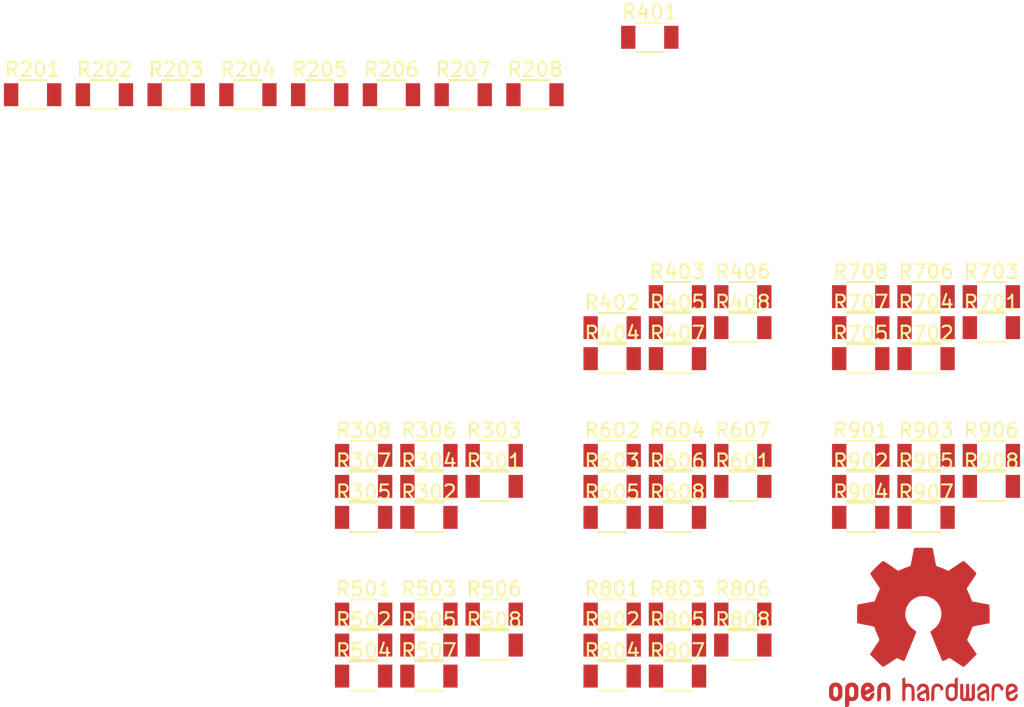
<source format=kicad_pcb>
(kicad_pcb (version 20211014) (generator pcbnew)
  (layers (0 "F.Cu" signal) (31 "B.Cu" signal) (34 "B.Paste" user) (35 "F.Paste" user) (36 "B.SilkS" user "B.Silkscreen") (37 "F.SilkS" user "F.Silkscreen") (38 "B.Mask" user) (39 "F.Mask" user) (44 "Edge.Cuts" user))
  (net 0 "")
  (footprint "Passives:R1206M" (layer "F.Cu") (at 77.380001 70.190001)
    (fp_text reference "R801" (at 0 -1.75) (layer "F.SilkS"))
    (fp_text value "1k" hide)
    (pad "1" smd rect locked (at -1.5 0) (size 1 1.6) (layers "F.Cu" "F.Paste" "F.Mask"))
    (pad "2" smd rect locked (at 1.5 0) (size 1 1.6) (layers "F.Cu" "F.Paste" "F.Mask"))
  )
  (footprint "Passives:R1206M" (layer "F.Cu") (at 77.380001 59.130001)
    (fp_text reference "R602" (at 0 -1.75) (layer "F.SilkS"))
    (fp_text value "1k" hide)
    (pad "1" smd rect locked (at -1.5 0) (size 1 1.6) (layers "F.Cu" "F.Paste" "F.Mask"))
    (pad "2" smd rect locked (at 1.5 0) (size 1 1.6) (layers "F.Cu" "F.Paste" "F.Mask"))
  )
  (footprint "Passives:R1206M" (layer "F.Cu") (at 77.380001 61.290001)
    (fp_text reference "R603" (at 0 -1.75) (layer "F.SilkS"))
    (fp_text value "1k" hide)
    (pad "1" smd rect locked (at -1.5 0) (size 1 1.6) (layers "F.Cu" "F.Paste" "F.Mask"))
    (pad "2" smd rect locked (at 1.5 0) (size 1 1.6) (layers "F.Cu" "F.Paste" "F.Mask"))
  )
  (footprint "Passives:R1206M" (layer "F.Cu") (at 81.930001 59.130001)
    (fp_text reference "R604" (at 0 -1.75) (layer "F.SilkS"))
    (fp_text value "1k" hide)
    (pad "1" smd rect locked (at -1.5 0) (size 1 1.6) (layers "F.Cu" "F.Paste" "F.Mask"))
    (pad "2" smd rect locked (at 1.5 0) (size 1 1.6) (layers "F.Cu" "F.Paste" "F.Mask"))
  )
  (footprint "Passives:R1206M" (layer "F.Cu") (at 77.380001 63.450001)
    (fp_text reference "R605" (at 0 -1.75) (layer "F.SilkS"))
    (fp_text value "1k" hide)
    (pad "1" smd rect locked (at -1.5 0) (size 1 1.6) (layers "F.Cu" "F.Paste" "F.Mask"))
    (pad "2" smd rect locked (at 1.5 0) (size 1 1.6) (layers "F.Cu" "F.Paste" "F.Mask"))
  )
  (footprint "Passives:R1206M" (layer "F.Cu") (at 81.930001 61.290001)
    (fp_text reference "R606" (at 0 -1.75) (layer "F.SilkS"))
    (fp_text value "1k" hide)
    (pad "1" smd rect locked (at -1.5 0) (size 1 1.6) (layers "F.Cu" "F.Paste" "F.Mask"))
    (pad "2" smd rect locked (at 1.5 0) (size 1 1.6) (layers "F.Cu" "F.Paste" "F.Mask"))
  )
  (footprint "Passives:R1206M" (layer "F.Cu") (at 86.480001 59.130001)
    (fp_text reference "R607" (at 0 -1.75) (layer "F.SilkS"))
    (fp_text value "1k" hide)
    (pad "1" smd rect locked (at -1.5 0) (size 1 1.6) (layers "F.Cu" "F.Paste" "F.Mask"))
    (pad "2" smd rect locked (at 1.5 0) (size 1 1.6) (layers "F.Cu" "F.Paste" "F.Mask"))
  )
  (footprint "Passives:R1206M" (layer "F.Cu") (at 81.930001 63.450001)
    (fp_text reference "R608" (at 0 -1.75) (layer "F.SilkS"))
    (fp_text value "1k" hide)
    (pad "1" smd rect locked (at -1.5 0) (size 1 1.6) (layers "F.Cu" "F.Paste" "F.Mask"))
    (pad "2" smd rect locked (at 1.5 0) (size 1 1.6) (layers "F.Cu" "F.Paste" "F.Mask"))
  )
  (footprint "Passives:R1206M" (layer "F.Cu") (at 103.800001 50.230001)
    (fp_text reference "R701" (at 0 -1.75) (layer "F.SilkS"))
    (fp_text value "1k" hide)
    (pad "1" smd rect locked (at -1.5 0) (size 1 1.6) (layers "F.Cu" "F.Paste" "F.Mask"))
    (pad "2" smd rect locked (at 1.5 0) (size 1 1.6) (layers "F.Cu" "F.Paste" "F.Mask"))
  )
  (footprint "Passives:R1206M" (layer "F.Cu") (at 99.250001 52.390001)
    (fp_text reference "R702" (at 0 -1.75) (layer "F.SilkS"))
    (fp_text value "1k" hide)
    (pad "1" smd rect locked (at -1.5 0) (size 1 1.6) (layers "F.Cu" "F.Paste" "F.Mask"))
    (pad "2" smd rect locked (at 1.5 0) (size 1 1.6) (layers "F.Cu" "F.Paste" "F.Mask"))
  )
  (footprint "Passives:R1206M" (layer "F.Cu") (at 103.800001 48.070001)
    (fp_text reference "R703" (at 0 -1.75) (layer "F.SilkS"))
    (fp_text value "1k" hide)
    (pad "1" smd rect locked (at -1.5 0) (size 1 1.6) (layers "F.Cu" "F.Paste" "F.Mask"))
    (pad "2" smd rect locked (at 1.5 0) (size 1 1.6) (layers "F.Cu" "F.Paste" "F.Mask"))
  )
  (footprint "Passives:R1206M" (layer "F.Cu") (at 99.250001 50.230001)
    (fp_text reference "R704" (at 0 -1.75) (layer "F.SilkS"))
    (fp_text value "1k" hide)
    (pad "1" smd rect locked (at -1.5 0) (size 1 1.6) (layers "F.Cu" "F.Paste" "F.Mask"))
    (pad "2" smd rect locked (at 1.5 0) (size 1 1.6) (layers "F.Cu" "F.Paste" "F.Mask"))
  )
  (footprint "Passives:R1206M" (layer "F.Cu") (at 94.700001 52.390001)
    (fp_text reference "R705" (at 0 -1.75) (layer "F.SilkS"))
    (fp_text value "1k" hide)
    (pad "1" smd rect locked (at -1.5 0) (size 1 1.6) (layers "F.Cu" "F.Paste" "F.Mask"))
    (pad "2" smd rect locked (at 1.5 0) (size 1 1.6) (layers "F.Cu" "F.Paste" "F.Mask"))
  )
  (footprint "Passives:R1206M" (layer "F.Cu") (at 99.250001 48.070001)
    (fp_text reference "R706" (at 0 -1.75) (layer "F.SilkS"))
    (fp_text value "1k" hide)
    (pad "1" smd rect locked (at -1.5 0) (size 1 1.6) (layers "F.Cu" "F.Paste" "F.Mask"))
    (pad "2" smd rect locked (at 1.5 0) (size 1 1.6) (layers "F.Cu" "F.Paste" "F.Mask"))
  )
  (footprint "Passives:R1206M" (layer "F.Cu") (at 94.700001 50.230001)
    (fp_text reference "R707" (at 0 -1.75) (layer "F.SilkS"))
    (fp_text value "1k" hide)
    (pad "1" smd rect locked (at -1.5 0) (size 1 1.6) (layers "F.Cu" "F.Paste" "F.Mask"))
    (pad "2" smd rect locked (at 1.5 0) (size 1 1.6) (layers "F.Cu" "F.Paste" "F.Mask"))
  )
  (footprint "Passives:R1206M" (layer "F.Cu") (at 94.700001 48.070001)
    (fp_text reference "R708" (at 0 -1.75) (layer "F.SilkS"))
    (fp_text value "1k" hide)
    (pad "1" smd rect locked (at -1.5 0) (size 1 1.6) (layers "F.Cu" "F.Paste" "F.Mask"))
    (pad "2" smd rect locked (at 1.5 0) (size 1 1.6) (layers "F.Cu" "F.Paste" "F.Mask"))
  )
  (footprint "Passives:R1206M" (layer "F.Cu") (at 86.480001 61.290001)
    (fp_text reference "R601" (at 0 -1.75) (layer "F.SilkS"))
    (fp_text value "1k" hide)
    (pad "1" smd rect locked (at -1.5 0) (size 1 1.6) (layers "F.Cu" "F.Paste" "F.Mask"))
    (pad "2" smd rect locked (at 1.5 0) (size 1 1.6) (layers "F.Cu" "F.Paste" "F.Mask"))
  )
  (footprint "Passives:R1206M" (layer "F.Cu") (at 77.380001 72.350001)
    (fp_text reference "R802" (at 0 -1.75) (layer "F.SilkS"))
    (fp_text value "1k" hide)
    (pad "1" smd rect locked (at -1.5 0) (size 1 1.6) (layers "F.Cu" "F.Paste" "F.Mask"))
    (pad "2" smd rect locked (at 1.5 0) (size 1 1.6) (layers "F.Cu" "F.Paste" "F.Mask"))
  )
  (footprint "Passives:R1206M" (layer "F.Cu") (at 81.930001 70.190001)
    (fp_text reference "R803" (at 0 -1.75) (layer "F.SilkS"))
    (fp_text value "1k" hide)
    (pad "1" smd rect locked (at -1.5 0) (size 1 1.6) (layers "F.Cu" "F.Paste" "F.Mask"))
    (pad "2" smd rect locked (at 1.5 0) (size 1 1.6) (layers "F.Cu" "F.Paste" "F.Mask"))
  )
  (footprint "Passives:R1206M" (layer "F.Cu") (at 77.380001 74.510001)
    (fp_text reference "R804" (at 0 -1.75) (layer "F.SilkS"))
    (fp_text value "1k" hide)
    (pad "1" smd rect locked (at -1.5 0) (size 1 1.6) (layers "F.Cu" "F.Paste" "F.Mask"))
    (pad "2" smd rect locked (at 1.5 0) (size 1 1.6) (layers "F.Cu" "F.Paste" "F.Mask"))
  )
  (footprint "Passives:R1206M" (layer "F.Cu") (at 81.930001 72.350001)
    (fp_text reference "R805" (at 0 -1.75) (layer "F.SilkS"))
    (fp_text value "1k" hide)
    (pad "1" smd rect locked (at -1.5 0) (size 1 1.6) (layers "F.Cu" "F.Paste" "F.Mask"))
    (pad "2" smd rect locked (at 1.5 0) (size 1 1.6) (layers "F.Cu" "F.Paste" "F.Mask"))
  )
  (footprint "Passives:R1206M" (layer "F.Cu") (at 86.480001 70.190001)
    (fp_text reference "R806" (at 0 -1.75) (layer "F.SilkS"))
    (fp_text value "1k" hide)
    (pad "1" smd rect locked (at -1.5 0) (size 1 1.6) (layers "F.Cu" "F.Paste" "F.Mask"))
    (pad "2" smd rect locked (at 1.5 0) (size 1 1.6) (layers "F.Cu" "F.Paste" "F.Mask"))
  )
  (footprint "Passives:R1206M" (layer "F.Cu") (at 81.930001 74.510001)
    (fp_text reference "R807" (at 0 -1.75) (layer "F.SilkS"))
    (fp_text value "1k" hide)
    (pad "1" smd rect locked (at -1.5 0) (size 1 1.6) (layers "F.Cu" "F.Paste" "F.Mask"))
    (pad "2" smd rect locked (at 1.5 0) (size 1 1.6) (layers "F.Cu" "F.Paste" "F.Mask"))
  )
  (footprint "Passives:R1206M" (layer "F.Cu") (at 86.480001 72.350001)
    (fp_text reference "R808" (at 0 -1.75) (layer "F.SilkS"))
    (fp_text value "1k" hide)
    (pad "1" smd rect locked (at -1.5 0) (size 1 1.6) (layers "F.Cu" "F.Paste" "F.Mask"))
    (pad "2" smd rect locked (at 1.5 0) (size 1 1.6) (layers "F.Cu" "F.Paste" "F.Mask"))
  )
  (footprint "Passives:R1206M" (layer "F.Cu") (at 94.700001 59.130001)
    (fp_text reference "R901" (at 0 -1.75) (layer "F.SilkS"))
    (fp_text value "1k" hide)
    (pad "1" smd rect locked (at -1.5 0) (size 1 1.6) (layers "F.Cu" "F.Paste" "F.Mask"))
    (pad "2" smd rect locked (at 1.5 0) (size 1 1.6) (layers "F.Cu" "F.Paste" "F.Mask"))
  )
  (footprint "Passives:R1206M" (layer "F.Cu") (at 94.700001 61.290001)
    (fp_text reference "R902" (at 0 -1.75) (layer "F.SilkS"))
    (fp_text value "1k" hide)
    (pad "1" smd rect locked (at -1.5 0) (size 1 1.6) (layers "F.Cu" "F.Paste" "F.Mask"))
    (pad "2" smd rect locked (at 1.5 0) (size 1 1.6) (layers "F.Cu" "F.Paste" "F.Mask"))
  )
  (footprint "Passives:R1206M" (layer "F.Cu") (at 99.250001 59.130001)
    (fp_text reference "R903" (at 0 -1.75) (layer "F.SilkS"))
    (fp_text value "1k" hide)
    (pad "1" smd rect locked (at -1.5 0) (size 1 1.6) (layers "F.Cu" "F.Paste" "F.Mask"))
    (pad "2" smd rect locked (at 1.5 0) (size 1 1.6) (layers "F.Cu" "F.Paste" "F.Mask"))
  )
  (footprint "Passives:R1206M" (layer "F.Cu") (at 94.700001 63.450001)
    (fp_text reference "R904" (at 0 -1.75) (layer "F.SilkS"))
    (fp_text value "1k" hide)
    (pad "1" smd rect locked (at -1.5 0) (size 1 1.6) (layers "F.Cu" "F.Paste" "F.Mask"))
    (pad "2" smd rect locked (at 1.5 0) (size 1 1.6) (layers "F.Cu" "F.Paste" "F.Mask"))
  )
  (footprint "Passives:R1206M" (layer "F.Cu") (at 99.250001 61.290001)
    (fp_text reference "R905" (at 0 -1.75) (layer "F.SilkS"))
    (fp_text value "1k" hide)
    (pad "1" smd rect locked (at -1.5 0) (size 1 1.6) (layers "F.Cu" "F.Paste" "F.Mask"))
    (pad "2" smd rect locked (at 1.5 0) (size 1 1.6) (layers "F.Cu" "F.Paste" "F.Mask"))
  )
  (footprint "Passives:R1206M" (layer "F.Cu") (at 103.800001 59.130001)
    (fp_text reference "R906" (at 0 -1.75) (layer "F.SilkS"))
    (fp_text value "1k" hide)
    (pad "1" smd rect locked (at -1.5 0) (size 1 1.6) (layers "F.Cu" "F.Paste" "F.Mask"))
    (pad "2" smd rect locked (at 1.5 0) (size 1 1.6) (layers "F.Cu" "F.Paste" "F.Mask"))
  )
  (footprint "Passives:R1206M" (layer "F.Cu") (at 99.250001 63.450001)
    (fp_text reference "R907" (at 0 -1.75) (layer "F.SilkS"))
    (fp_text value "1k" hide)
    (pad "1" smd rect locked (at -1.5 0) (size 1 1.6) (layers "F.Cu" "F.Paste" "F.Mask"))
    (pad "2" smd rect locked (at 1.5 0) (size 1 1.6) (layers "F.Cu" "F.Paste" "F.Mask"))
  )
  (footprint "Passives:R1206M" (layer "F.Cu") (at 103.800001 61.290001)
    (fp_text reference "R908" (at 0 -1.75) (layer "F.SilkS"))
    (fp_text value "1k" hide)
    (pad "1" smd rect locked (at -1.5 0) (size 1 1.6) (layers "F.Cu" "F.Paste" "F.Mask"))
    (pad "2" smd rect locked (at 1.5 0) (size 1 1.6) (layers "F.Cu" "F.Paste" "F.Mask"))
  )
  (footprint "Passives:R1206M" (layer "F.Cu") (at 80 30)
    (fp_text reference "R401" (at 0 -1.75) (layer "F.SilkS"))
    (fp_text value "1k" hide)
    (pad "1" smd rect locked (at -1.5 0) (size 1 1.6) (layers "F.Cu" "F.Paste" "F.Mask"))
    (pad "2" smd rect locked (at 1.5 0) (size 1 1.6) (layers "F.Cu" "F.Paste" "F.Mask"))
  )
  (footprint "Passives:R1206M" (layer "F.Cu") (at 42 34)
    (fp_text reference "R202" (at 0 -1.75) (layer "F.SilkS"))
    (fp_text value "1k" hide)
    (pad "1" smd rect locked (at -1.5 0) (size 1 1.6) (layers "F.Cu" "F.Paste" "F.Mask"))
    (pad "2" smd rect locked (at 1.5 0) (size 1 1.6) (layers "F.Cu" "F.Paste" "F.Mask"))
  )
  (footprint "Passives:R1206M" (layer "F.Cu") (at 47 34)
    (fp_text reference "R203" (at 0 -1.75) (layer "F.SilkS"))
    (fp_text value "1k" hide)
    (pad "1" smd rect locked (at -1.5 0) (size 1 1.6) (layers "F.Cu" "F.Paste" "F.Mask"))
    (pad "2" smd rect locked (at 1.5 0) (size 1 1.6) (layers "F.Cu" "F.Paste" "F.Mask"))
  )
  (footprint "Passives:R1206M" (layer "F.Cu") (at 52 34)
    (fp_text reference "R204" (at 0 -1.75) (layer "F.SilkS"))
    (fp_text value "1k" hide)
    (pad "1" smd rect locked (at -1.5 0) (size 1 1.6) (layers "F.Cu" "F.Paste" "F.Mask"))
    (pad "2" smd rect locked (at 1.5 0) (size 1 1.6) (layers "F.Cu" "F.Paste" "F.Mask"))
  )
  (footprint "Passives:R1206M" (layer "F.Cu") (at 57 34)
    (fp_text reference "R205" (at 0 -1.75) (layer "F.SilkS"))
    (fp_text value "1k" hide)
    (pad "1" smd rect locked (at -1.5 0) (size 1 1.6) (layers "F.Cu" "F.Paste" "F.Mask"))
    (pad "2" smd rect locked (at 1.5 0) (size 1 1.6) (layers "F.Cu" "F.Paste" "F.Mask"))
  )
  (footprint "Passives:R1206M" (layer "F.Cu") (at 62 34)
    (fp_text reference "R206" (at 0 -1.75) (layer "F.SilkS"))
    (fp_text value "1k" hide)
    (pad "1" smd rect locked (at -1.5 0) (size 1 1.6) (layers "F.Cu" "F.Paste" "F.Mask"))
    (pad "2" smd rect locked (at 1.5 0) (size 1 1.6) (layers "F.Cu" "F.Paste" "F.Mask"))
  )
  (footprint "Passives:R1206M" (layer "F.Cu") (at 67 34)
    (fp_text reference "R207" (at 0 -1.75) (layer "F.SilkS"))
    (fp_text value "1k" hide)
    (pad "1" smd rect locked (at -1.5 0) (size 1 1.6) (layers "F.Cu" "F.Paste" "F.Mask"))
    (pad "2" smd rect locked (at 1.5 0) (size 1 1.6) (layers "F.Cu" "F.Paste" "F.Mask"))
  )
  (footprint "Passives:R1206M" (layer "F.Cu") (at 72 34)
    (fp_text reference "R208" (at 0 -1.75) (layer "F.SilkS"))
    (fp_text value "1k" hide)
    (pad "1" smd rect locked (at -1.5 0) (size 1 1.6) (layers "F.Cu" "F.Paste" "F.Mask"))
    (pad "2" smd rect locked (at 1.5 0) (size 1 1.6) (layers "F.Cu" "F.Paste" "F.Mask"))
  )
  (footprint "Passives:R1206M" (layer "F.Cu") (at 69.160001 61.290001)
    (fp_text reference "R301" (at 0 -1.75) (layer "F.SilkS"))
    (fp_text value "1k" hide)
    (pad "1" smd rect locked (at -1.5 0) (size 1 1.6) (layers "F.Cu" "F.Paste" "F.Mask"))
    (pad "2" smd rect locked (at 1.5 0) (size 1 1.6) (layers "F.Cu" "F.Paste" "F.Mask"))
  )
  (footprint "Passives:R1206M" (layer "F.Cu") (at 64.610001 63.450001)
    (fp_text reference "R302" (at 0 -1.75) (layer "F.SilkS"))
    (fp_text value "1k" hide)
    (pad "1" smd rect locked (at -1.5 0) (size 1 1.6) (layers "F.Cu" "F.Paste" "F.Mask"))
    (pad "2" smd rect locked (at 1.5 0) (size 1 1.6) (layers "F.Cu" "F.Paste" "F.Mask"))
  )
  (footprint "Passives:R1206M" (layer "F.Cu") (at 69.160001 59.130001)
    (fp_text reference "R303" (at 0 -1.75) (layer "F.SilkS"))
    (fp_text value "1k" hide)
    (pad "1" smd rect locked (at -1.5 0) (size 1 1.6) (layers "F.Cu" "F.Paste" "F.Mask"))
    (pad "2" smd rect locked (at 1.5 0) (size 1 1.6) (layers "F.Cu" "F.Paste" "F.Mask"))
  )
  (footprint "Passives:R1206M" (layer "F.Cu") (at 64.610001 61.290001)
    (fp_text reference "R304" (at 0 -1.75) (layer "F.SilkS"))
    (fp_text value "1k" hide)
    (pad "1" smd rect locked (at -1.5 0) (size 1 1.6) (layers "F.Cu" "F.Paste" "F.Mask"))
    (pad "2" smd rect locked (at 1.5 0) (size 1 1.6) (layers "F.Cu" "F.Paste" "F.Mask"))
  )
  (footprint "Passives:R1206M" (layer "F.Cu") (at 60.060001 63.450001)
    (fp_text reference "R305" (at 0 -1.75) (layer "F.SilkS"))
    (fp_text value "1k" hide)
    (pad "1" smd rect locked (at -1.5 0) (size 1 1.6) (layers "F.Cu" "F.Paste" "F.Mask"))
    (pad "2" smd rect locked (at 1.5 0) (size 1 1.6) (layers "F.Cu" "F.Paste" "F.Mask"))
  )
  (footprint "Passives:R1206M" (layer "F.Cu") (at 64.610001 59.130001)
    (fp_text reference "R306" (at 0 -1.75) (layer "F.SilkS"))
    (fp_text value "1k" hide)
    (pad "1" smd rect locked (at -1.5 0) (size 1 1.6) (layers "F.Cu" "F.Paste" "F.Mask"))
    (pad "2" smd rect locked (at 1.5 0) (size 1 1.6) (layers "F.Cu" "F.Paste" "F.Mask"))
  )
  (footprint "Passives:R1206M" (layer "F.Cu") (at 60.060001 61.290001)
    (fp_text reference "R307" (at 0 -1.75) (layer "F.SilkS"))
    (fp_text value "1k" hide)
    (pad "1" smd rect locked (at -1.5 0) (size 1 1.6) (layers "F.Cu" "F.Paste" "F.Mask"))
    (pad "2" smd rect locked (at 1.5 0) (size 1 1.6) (layers "F.Cu" "F.Paste" "F.Mask"))
  )
  (footprint "Passives:R1206M" (layer "F.Cu") (at 60.060001 59.130001)
    (fp_text reference "R308" (at 0 -1.75) (layer "F.SilkS"))
    (fp_text value "1k" hide)
    (pad "1" smd rect locked (at -1.5 0) (size 1 1.6) (layers "F.Cu" "F.Paste" "F.Mask"))
    (pad "2" smd rect locked (at 1.5 0) (size 1 1.6) (layers "F.Cu" "F.Paste" "F.Mask"))
  )
  (footprint "Passives:R1206M" (layer "F.Cu") (at 37 34)
    (fp_text reference "R201" (at 0 -1.75) (layer "F.SilkS"))
    (fp_text value "1k" hide)
    (pad "1" smd rect locked (at -1.5 0) (size 1 1.6) (layers "F.Cu" "F.Paste" "F.Mask"))
    (pad "2" smd rect locked (at 1.5 0) (size 1 1.6) (layers "F.Cu" "F.Paste" "F.Mask"))
  )
  (footprint "Passives:R1206M" (layer "F.Cu") (at 77.380001 50.230001)
    (fp_text reference "R402" (at 0 -1.75) (layer "F.SilkS"))
    (fp_text value "1k" hide)
    (pad "1" smd rect locked (at -1.5 0) (size 1 1.6) (layers "F.Cu" "F.Paste" "F.Mask"))
    (pad "2" smd rect locked (at 1.5 0) (size 1 1.6) (layers "F.Cu" "F.Paste" "F.Mask"))
  )
  (footprint "Passives:R1206M" (layer "F.Cu") (at 81.930001 48.070001)
    (fp_text reference "R403" (at 0 -1.75) (layer "F.SilkS"))
    (fp_text value "1k" hide)
    (pad "1" smd rect locked (at -1.5 0) (size 1 1.6) (layers "F.Cu" "F.Paste" "F.Mask"))
    (pad "2" smd rect locked (at 1.5 0) (size 1 1.6) (layers "F.Cu" "F.Paste" "F.Mask"))
  )
  (footprint "Passives:R1206M" (layer "F.Cu") (at 77.380001 52.390001)
    (fp_text reference "R404" (at 0 -1.75) (layer "F.SilkS"))
    (fp_text value "1k" hide)
    (pad "1" smd rect locked (at -1.5 0) (size 1 1.6) (layers "F.Cu" "F.Paste" "F.Mask"))
    (pad "2" smd rect locked (at 1.5 0) (size 1 1.6) (layers "F.Cu" "F.Paste" "F.Mask"))
  )
  (footprint "Passives:R1206M" (layer "F.Cu") (at 81.930001 50.230001)
    (fp_text reference "R405" (at 0 -1.75) (layer "F.SilkS"))
    (fp_text value "1k" hide)
    (pad "1" smd rect locked (at -1.5 0) (size 1 1.6) (layers "F.Cu" "F.Paste" "F.Mask"))
    (pad "2" smd rect locked (at 1.5 0) (size 1 1.6) (layers "F.Cu" "F.Paste" "F.Mask"))
  )
  (footprint "Passives:R1206M" (layer "F.Cu") (at 86.480001 48.070001)
    (fp_text reference "R406" (at 0 -1.75) (layer "F.SilkS"))
    (fp_text value "1k" hide)
    (pad "1" smd rect locked (at -1.5 0) (size 1 1.6) (layers "F.Cu" "F.Paste" "F.Mask"))
    (pad "2" smd rect locked (at 1.5 0) (size 1 1.6) (layers "F.Cu" "F.Paste" "F.Mask"))
  )
  (footprint "Passives:R1206M" (layer "F.Cu") (at 81.930001 52.390001)
    (fp_text reference "R407" (at 0 -1.75) (layer "F.SilkS"))
    (fp_text value "1k" hide)
    (pad "1" smd rect locked (at -1.5 0) (size 1 1.6) (layers "F.Cu" "F.Paste" "F.Mask"))
    (pad "2" smd rect locked (at 1.5 0) (size 1 1.6) (layers "F.Cu" "F.Paste" "F.Mask"))
  )
  (footprint "Passives:R1206M" (layer "F.Cu") (at 86.480001 50.230001)
    (fp_text reference "R408" (at 0 -1.75) (layer "F.SilkS"))
    (fp_text value "1k" hide)
    (pad "1" smd rect locked (at -1.5 0) (size 1 1.6) (layers "F.Cu" "F.Paste" "F.Mask"))
    (pad "2" smd rect locked (at 1.5 0) (size 1 1.6) (layers "F.Cu" "F.Paste" "F.Mask"))
  )
  (footprint "Passives:R1206M" (layer "F.Cu") (at 60.060001 70.190001)
    (fp_text reference "R501" (at 0 -1.75) (layer "F.SilkS"))
    (fp_text value "1k" hide)
    (pad "1" smd rect locked (at -1.5 0) (size 1 1.6) (layers "F.Cu" "F.Paste" "F.Mask"))
    (pad "2" smd rect locked (at 1.5 0) (size 1 1.6) (layers "F.Cu" "F.Paste" "F.Mask"))
  )
  (footprint "Passives:R1206M" (layer "F.Cu") (at 60.060001 72.350001)
    (fp_text reference "R502" (at 0 -1.75) (layer "F.SilkS"))
    (fp_text value "1k" hide)
    (pad "1" smd rect locked (at -1.5 0) (size 1 1.6) (layers "F.Cu" "F.Paste" "F.Mask"))
    (pad "2" smd rect locked (at 1.5 0) (size 1 1.6) (layers "F.Cu" "F.Paste" "F.Mask"))
  )
  (footprint "Passives:R1206M" (layer "F.Cu") (at 64.610001 70.190001)
    (fp_text reference "R503" (at 0 -1.75) (layer "F.SilkS"))
    (fp_text value "1k" hide)
    (pad "1" smd rect locked (at -1.5 0) (size 1 1.6) (layers "F.Cu" "F.Paste" "F.Mask"))
    (pad "2" smd rect locked (at 1.5 0) (size 1 1.6) (layers "F.Cu" "F.Paste" "F.Mask"))
  )
  (footprint "Passives:R1206M" (layer "F.Cu") (at 60.060001 74.510001)
    (fp_text reference "R504" (at 0 -1.75) (layer "F.SilkS"))
    (fp_text value "1k" hide)
    (pad "1" smd rect locked (at -1.5 0) (size 1 1.6) (layers "F.Cu" "F.Paste" "F.Mask"))
    (pad "2" smd rect locked (at 1.5 0) (size 1 1.6) (layers "F.Cu" "F.Paste" "F.Mask"))
  )
  (footprint "Passives:R1206M" (layer "F.Cu") (at 64.610001 72.350001)
    (fp_text reference "R505" (at 0 -1.75) (layer "F.SilkS"))
    (fp_text value "1k" hide)
    (pad "1" smd rect locked (at -1.5 0) (size 1 1.6) (layers "F.Cu" "F.Paste" "F.Mask"))
    (pad "2" smd rect locked (at 1.5 0) (size 1 1.6) (layers "F.Cu" "F.Paste" "F.Mask"))
  )
  (footprint "Passives:R1206M" (layer "F.Cu") (at 69.160001 70.190001)
    (fp_text reference "R506" (at 0 -1.75) (layer "F.SilkS"))
    (fp_text value "1k" hide)
    (pad "1" smd rect locked (at -1.5 0) (size 1 1.6) (layers "F.Cu" "F.Paste" "F.Mask"))
    (pad "2" smd rect locked (at 1.5 0) (size 1 1.6) (layers "F.Cu" "F.Paste" "F.Mask"))
  )
  (footprint "Passives:R1206M" (layer "F.Cu") (at 64.610001 74.510001)
    (fp_text reference "R507" (at 0 -1.75) (layer "F.SilkS"))
    (fp_text value "1k" hide)
    (pad "1" smd rect locked (at -1.5 0) (size 1 1.6) (layers "F.Cu" "F.Paste" "F.Mask"))
    (pad "2" smd rect locked (at 1.5 0) (size 1 1.6) (layers "F.Cu" "F.Paste" "F.Mask"))
  )
  (footprint "Passives:R1206M" (layer "F.Cu") (at 69.160001 72.350001)
    (fp_text reference "R508" (at 0 -1.75) (layer "F.SilkS"))
    (fp_text value "1k" hide)
    (pad "1" smd rect locked (at -1.5 0) (size 1 1.6) (layers "F.Cu" "F.Paste" "F.Mask"))
    (pad "2" smd rect locked (at 1.5 0) (size 1 1.6) (layers "F.Cu" "F.Paste" "F.Mask"))
  )
  (footprint "Symbol:OSHW-Logo2_14.6x12mm_Copper" (layer "F.Cu") (at 99.06 71.12)
    (fp_text reference "REF**" hide)
    (fp_text value "OSHW-Logo2_14.6x12mm_Copper" hide)
    (fp_poly (pts (xy -4.8281 3.861903) (xy -4.71655 3.917522) (xy -4.618092 4.019931) (xy -4.590977 4.057864) (xy -4.561438 4.1075) (xy -4.542272 4.161412) (xy -4.531307 4.233364) (xy -4.526371 4.337122) (xy -4.525287 4.474101) (xy -4.530182 4.661815) (xy -4.547196 4.802758) (xy -4.579823 4.907908) (xy -4.631558 4.988243) (xy -4.705896 5.054741) (xy -4.711358 5.058678) (xy -4.78462 5.098953) (xy -4.87284 5.11888) (xy -4.985038 5.123793) (xy -5.167433 5.123793) (xy -5.167509 5.300857) (xy -5.169207 5.39947) (xy -5.17955 5.457314) (xy -5.206578 5.492006) (xy -5.258332 5.521164) (xy -5.270761 5.527121) (xy -5.328923 5.555039) (xy -5.373956 5.572672) (xy -5.407441 5.574194) (xy -5.430962 5.553781) (xy -5.4461 5.505607) (xy -5.454437 5.423846) (xy -5.457556 5.302672) (xy -5.45704 5.13626) (xy -5.454471 4.918785) (xy -5.453668 4.853736) (xy -5.450778 4.629502) (xy -5.448188 4.482821) (xy -5.167586 4.482821) (xy -5.166009 4.607326) (xy -5.159 4.688787) (xy -5.143142 4.742515) (xy -5.115019 4.783823) (xy -5.095925 4.803971) (xy -5.017865 4.862921) (xy -4.948753 4.86772) (xy -4.87744 4.819038) (xy -4.875632 4.817241) (xy -4.846617 4.779618) (xy -4.828967 4.728484) (xy -4.820064 4.649738) (xy -4.817291 4.529276) (xy -4.817241 4.502588) (xy -4.823942 4.336583) (xy -4.845752 4.221505) (xy -4.885235 4.151254) (xy -4.944956 4.119729) (xy -4.979472 4.116552) (xy -5.061389 4.13146) (xy -5.117579 4.180548) (xy -5.151402 4.270362) (xy -5.16622 4.407445) (xy -5.167586 4.482821) (xy -5.448188 4.482821) (xy -5.447713 4.455952) (xy -5.443753 4.325382) (xy -5.438174 4.230087) (xy -5.430254 4.162364) (xy -5.419269 4.114507) (xy -5.404499 4.078813) (xy -5.385218 4.047578) (xy -5.376951 4.035824) (xy -5.267288 3.924797) (xy -5.128635 3.861847) (xy -4.968246 3.844297) (xy -4.8281 3.861903)) (layer "F.Cu") (width 0.01) (fill solid))
    (fp_poly (pts (xy 6.343439 3.95654) (xy 6.45895 4.032034) (xy 6.514664 4.099617) (xy 6.558804 4.222255) (xy 6.562309 4.319298) (xy 6.554368 4.449056) (xy 6.255115 4.580039) (xy 6.109611 4.646958) (xy 6.014537 4.70079) (xy 5.965101 4.747416) (xy 5.956511 4.79272) (xy 5.983972 4.842582) (xy 6.014253 4.875632) (xy 6.102363 4.928633) (xy 6.198196 4.932347) (xy 6.286212 4.891041) (xy 6.350869 4.808983) (xy 6.362433 4.780008) (xy 6.417825 4.689509) (xy 6.481553 4.65094) (xy 6.568966 4.617946) (xy 6.568966 4.743034) (xy 6.561238 4.828156) (xy 6.530966 4.899938) (xy 6.467518 4.982356) (xy 6.458088 4.993066) (xy 6.387513 5.066391) (xy 6.326847 5.105742) (xy 6.25095 5.123845) (xy 6.18803 5.129774) (xy 6.075487 5.131251) (xy 5.99537 5.112535) (xy 5.94539 5.084747) (xy 5.866838 5.023641) (xy 5.812463 4.957554) (xy 5.778052 4.874441) (xy 5.759388 4.762254) (xy 5.752256 4.608946) (xy 5.751687 4.531136) (xy 5.753622 4.437853) (xy 5.929899 4.437853) (xy 5.931944 4.487896) (xy 5.937039 4.496092) (xy 5.970666 4.484958) (xy 6.04303 4.455493) (xy 6.139747 4.413601) (xy 6.159973 4.404597) (xy 6.282203 4.342442) (xy 6.349547 4.287815) (xy 6.364348 4.236649) (xy 6.328947 4.184876) (xy 6.299711 4.162) (xy 6.194216 4.11625) (xy 6.095476 4.123808) (xy 6.012812 4.179651) (xy 5.955548 4.278753) (xy 5.937188 4.357414) (xy 5.929899 4.437853) (xy 5.753622 4.437853) (xy 5.755459 4.349351) (xy 5.769359 4.214853) (xy 5.796894 4.116916) (xy 5.841572 4.044811) (xy 5.906901 3.987813) (xy 5.935383 3.969393) (xy 6.064763 3.921422) (xy 6.206412 3.918403) (xy 6.343439 3.95654)) (layer "F.Cu") (width 0.01) (fill solid))
    (fp_poly (pts (xy 5.33569 3.940018) (xy 5.370585 3.955269) (xy 5.453877 4.021235) (xy 5.525103 4.116618) (xy 5.569153 4.218406) (xy 5.576322 4.268587) (xy 5.552285 4.338647) (xy 5.499561 4.375717) (xy 5.443031 4.398164) (xy 5.417146 4.4023) (xy 5.404542 4.372283) (xy 5.379654 4.306961) (xy 5.368735 4.277445) (xy 5.307508 4.175348) (xy 5.218861 4.124423) (xy 5.105193 4.125989) (xy 5.096774 4.127994) (xy 5.036088 4.156767) (xy 4.991474 4.212859) (xy 4.961002 4.303163) (xy 4.942744 4.434571) (xy 4.934771 4.613974) (xy 4.934023 4.709433) (xy 4.933652 4.859913) (xy 4.931223 4.962495) (xy 4.92476 5.027672) (xy 4.912288 5.065938) (xy 4.891833 5.087785) (xy 4.861419 5.103707) (xy 4.859661 5.104509) (xy 4.801091 5.129272) (xy 4.772075 5.138391) (xy 4.767616 5.110822) (xy 4.763799 5.03462) (xy 4.760899 4.919541) (xy 4.759191 4.775341) (xy 4.758851 4.669814) (xy 4.760588 4.465613) (xy 4.767382 4.310697) (xy 4.781607 4.196024) (xy 4.805638 4.112551) (xy 4.841848 4.051236) (xy 4.892612 4.003034) (xy 4.942739 3.969393) (xy 5.063275 3.924619) (xy 5.203557 3.914521) (xy 5.33569 3.940018)) (layer "F.Cu") (width 0.01) (fill solid))
    (fp_poly (pts (xy 0.209014 -5.547002) (xy 0.367006 -5.546137) (xy 0.481347 -5.543795) (xy 0.559407 -5.539238) (xy 0.608554 -5.53173) (xy 0.636159 -5.520534) (xy 0.649592 -5.504912) (xy 0.656221 -5.484127) (xy 0.656865 -5.481437) (xy 0.666935 -5.432887) (xy 0.685575 -5.337095) (xy 0.710845 -5.204257) (xy 0.740807 -5.044569) (xy 0.773522 -4.868226) (xy 0.774664 -4.862033) (xy 0.807433 -4.689218) (xy 0.838093 -4.536531) (xy 0.864664 -4.413129) (xy 0.885167 -4.328169) (xy 0.897626 -4.29081) (xy 0.89822 -4.290148) (xy 0.934919 -4.271905) (xy 1.010586 -4.241503) (xy 1.108878 -4.205507) (xy 1.109425 -4.205315) (xy 1.233233 -4.158778) (xy 1.379196 -4.099496) (xy 1.516781 -4.039891) (xy 1.523293 -4.036944) (xy 1.74739 -3.935235) (xy 2.243619 -4.274103) (xy 2.395846 -4.377408) (xy 2.533741 -4.469763) (xy 2.649315 -4.545916) (xy 2.734579 -4.600615) (xy 2.781544 -4.628607) (xy 2.786004 -4.630683) (xy 2.820134 -4.62144) (xy 2.883881 -4.576844) (xy 2.979731 -4.494791) (xy 3.110169 -4.373179) (xy 3.243328 -4.243795) (xy 3.371694 -4.116298) (xy 3.486581 -3.999954) (xy 3.581073 -3.901948) (xy 3.648253 -3.829464) (xy 3.681206 -3.789687) (xy 3.682432 -3.787639) (xy 3.686074 -3.760344) (xy 3.67235 -3.715766) (xy 3.637869 -3.647888) (xy 3.579239 -3.550689) (xy 3.49307 -3.418149) (xy 3.3782 -3.247524) (xy 3.276254 -3.097345) (xy 3.185123 -2.96265) (xy 3.110073 -2.85126) (xy 3.056369 -2.770995) (xy 3.02928 -2.729675) (xy 3.027574 -2.72687) (xy 3.030882 -2.687279) (xy 3.055953 -2.610331) (xy 3.097798 -2.510568) (xy 3.112712 -2.478709) (xy 3.177786 -2.336774) (xy 3.247212 -2.175727) (xy 3.303609 -2.036379) (xy 3.344247 -1.932956) (xy 3.376526 -1.854358) (xy 3.395178 -1.81328) (xy 3.397497 -1.810115) (xy 3.431803 -1.804872) (xy 3.512669 -1.790506) (xy 3.629343 -1.769063) (xy 3.771075 -1.742587) (xy 3.92711 -1.713123) (xy 4.086698 -1.682717) (xy 4.239085 -1.653412) (xy 4.373521 -1.627255) (xy 4.479252 -1.60629) (xy 4.545526 -1.592561) (xy 4.561782 -1.58868) (xy 4.578573 -1.5791) (xy 4.591249 -1.557464) (xy 4.600378 -1.516469) (xy 4.606531 -1.448811) (xy 4.61028 -1.347188) (xy 4.612192 -1.204297) (xy 4.61284 -1.012835) (xy 4.612874 -0.934355) (xy 4.612874 -0.296094) (xy 4.459598 -0.26584) (xy 4.374322 -0.249436) (xy 4.24707 -0.225491) (xy 4.093315 -0.196893) (xy 3.928534 -0.166533) (xy 3.882989 -0.158194) (xy 3.730932 -0.12863) (xy 3.598468 -0.099558) (xy 3.496714 -0.073671) (xy 3.436788 -0.053663) (xy 3.426805 -0.047699) (xy 3.402293 -0.005466) (xy 3.367148 0.07637) (xy 3.328173 0.181683) (xy 3.320442 0.204368) (xy 3.26936 0.345018) (xy 3.205954 0.503714) (xy 3.143904 0.646225) (xy 3.143598 0.646886) (xy 3.040267 0.87044) (xy 3.719961 1.870232) (xy 3.283621 2.3073) (xy 3.151649 2.437381) (xy 3.031279 2.552048) (xy 2.929273 2.645181) (xy 2.852391 2.710658) (xy 2.807393 2.742357) (xy 2.800938 2.744368) (xy 2.76304 2.728529) (xy 2.685708 2.684496) (xy 2.577389 2.61749) (xy 2.446532 2.532734) (xy 2.305052 2.437816) (xy 2.161461 2.340998) (xy 2.033435 2.256751) (xy 1.929105 2.190258) (xy 1.8566 2.146702) (xy 1.824158 2.131264) (xy 1.784576 2.144328) (xy 1.709519 2.17875) (xy 1.614468 2.22738) (xy 1.604392 2.232785) (xy 1.476391 2.29698) (xy 1.388618 2.328463) (xy 1.334028 2.328798) (xy 1.305575 2.299548) (xy 1.30541 2.299138) (xy 1.291188 2.264498) (xy 1.257269 2.182269) (xy 1.206284 2.058814) (xy 1.140862 1.900498) (xy 1.063634 1.713686) (xy 0.977229 1.504742) (xy 0.893551 1.302446) (xy 0.801588 1.0792) (xy 0.71715 0.872392) (xy 0.642769 0.688362) (xy 0.580974 0.533451) (xy 0.534297 0.413996) (xy 0.505268 0.336339) (xy 0.496322 0.307356) (xy 0.518756 0.27411) (xy 0.577439 0.221123) (xy 0.655689 0.162704) (xy 0.878534 -0.022048) (xy 1.052718 -0.233818) (xy 1.176154 -0.468144) (xy 1.246754 -0.720566) (xy 1.262431 -0.986623) (xy 1.251036 -1.109425) (xy 1.18895 -1.364207) (xy 1.082023 -1.589199) (xy 0.936889 -1.782183) (xy 0.760178 -1.940939) (xy 0.558522 -2.06325) (xy 0.338554 -2.146895) (xy 0.106906 -2.189656) (xy -0.129791 -2.189313) (xy -0.364905 -2.143648) (xy -0.591804 -2.050441) (xy -0.803856 -1.907473) (xy -0.892364 -1.826617) (xy -1.062111 -1.618993) (xy -1.180301 -1.392105) (xy -1.247722 -1.152567) (xy -1.26516 -0.906993) (xy -1.233402 -0.661997) (xy -1.153235 -0.424192) (xy -1.025445 -0.200193) (xy -0.85082 0.003387) (xy -0.655688 0.162704) (xy -0.574409 0.223602) (xy -0.516991 0.276015) (xy -0.496322 0.307406) (xy -0.507144 0.341639) (xy -0.537923 0.423419) (xy -0.586126 0.546407) (xy -0.649222 0.704263) (xy -0.724678 0.890649) (xy -0.809962 1.099226) (xy -0.893781 1.302496) (xy -0.986255 1.525933) (xy -1.071911 1.732984) (xy -1.148118 1.917286) (xy -1.212247 2.072475) (xy -1.261668 2.192188) (xy -1.293752 2.270061) (xy -1.305641 2.299138) (xy -1.333726 2.328677) (xy -1.388051 2.328591) (xy -1.475605 2.297326) (xy -1.603381 2.233329) (xy -1.604392 2.232785) (xy -1.700598 2.183121) (xy -1.778369 2.146945) (xy -1.822223 2.131408) (xy -1.824158 2.131264) (xy -1.857171 2.147024) (xy -1.930054 2.19085) (xy -2.034678 2.257557) (xy -2.16291 2.341964) (xy -2.305052 2.437816) (xy -2.449767 2.534867) (xy -2.580196 2.61927) (xy -2.68789 2.685801) (xy -2.764402 2.729238) (xy -2.800938 2.744368) (xy -2.834582 2.724482) (xy -2.902224 2.668903) (xy -2.997107 2.583754) (xy -3.11247 2.475153) (xy -3.241555 2.349221) (xy -3.283771 2.307149) (xy -3.720261 1.869931) (xy -3.388023 1.38234) (xy -3.287054 1.232605) (xy -3.198438 1.09822) (xy -3.127146 0.986969) (xy -3.07815 0.906639) (xy -3.056422 0.865014) (xy -3.055785 0.862053) (xy -3.06724 0.822818) (xy -3.098051 0.743895) (xy -3.142884 0.638509) (xy -3.174353 0.567954) (xy -3.233192 0.432876) (xy -3.288604 0.296409) (xy -3.331564 0.181103) (xy -3.343234 0.145977) (xy -3.376389 0.052174) (xy -3.408799 -0.020306) (xy -3.426601 -0.047699) (xy -3.465886 -0.064464) (xy -3.551626 -0.08823) (xy -3.672697 -0.116303) (xy -3.817973 -0.145991) (xy -3.882988 -0.158194) (xy -4.048087 -0.188532) (xy -4.206448 -0.217907) (xy -4.342596 -0.243431) (xy -4.441057 -0.262215) (xy -4.459598 -0.26584) (xy -4.612873 -0.296094) (xy -4.612873 -0.934355) (xy -4.612529 -1.14423) (xy -4.611116 -1.30302) (xy -4.608064 -1.418027) (xy -4.602803 -1.496554) (xy -4.594763 -1.545904) (xy -4.583373 -1.573381) (xy -4.568063 -1.586287) (xy -4.561782 -1.58868) (xy -4.523896 -1.597167) (xy -4.440195 -1.6141) (xy -4.321433 -1.637434) (xy -4.178361 -1.665125) (xy -4.021732 -1.695127) (xy -3.862297 -1.725396) (xy -3.710809 -1.753885) (xy -3.578019 -1.778551) (xy -3.474681 -1.797349) (xy -3.411545 -1.808233) (xy -3.397497 -1.810115) (xy -3.38477 -1.835296) (xy -3.3566 -1.902378) (xy -3.318252 -1.998667) (xy -3.303609 -2.036379) (xy -3.244548 -2.182079) (xy -3.175 -2.343049) (xy -3.112712 -2.478709) (xy -3.066879 -2.582439) (xy -3.036387 -2.667674) (xy -3.026208 -2.719874) (xy -3.027831 -2.72687) (xy -3.049343 -2.759898) (xy -3.098465 -2.833357) (xy -3.169923 -2.939423) (xy -3.258445 -3.070274) (xy -3.358759 -3.218088) (xy -3.378594 -3.247266) (xy -3.494988 -3.420137) (xy -3.580548 -3.551774) (xy -3.638684 -3.648239) (xy -3.672808 -3.715592) (xy -3.686331 -3.759894) (xy -3.682664 -3.787206) (xy -3.68257 -3.78738) (xy -3.653707 -3.823254) (xy -3.589867 -3.892609) (xy -3.497969 -3.988255) (xy -3.384933 -4.103001) (xy -3.257679 -4.229659) (xy -3.243328 -4.243795) (xy -3.082957 -4.399097) (xy -2.959195 -4.51313) (xy -2.869555 -4.587998) (xy -2.811552 -4.625804) (xy -2.786004 -4.630683) (xy -2.748718 -4.609397) (xy -2.671343 -4.560227) (xy -2.561867 -4.488425) (xy -2.42828 -4.399245) (xy -2.27857 -4.297937) (xy -2.243618 -4.274103) (xy -1.74739 -3.935235) (xy -1.523293 -4.036944) (xy -1.387011 -4.096217) (xy -1.240724 -4.15583) (xy -1.114965 -4.20336) (xy -1.109425 -4.205315) (xy -1.011057 -4.241323) (xy -0.935229 -4.271771) (xy -0.898282 -4.290095) (xy -0.89822 -4.290148) (xy -0.886496 -4.323271) (xy -0.866568 -4.404733) (xy -0.840413 -4.525375) (xy -0.81001 -4.676041) (xy -0.777337 -4.847572) (xy -0.774664 -4.862033) (xy -0.74189 -5.038765) (xy -0.711802 -5.19919) (xy -0.686339 -5.333112) (xy -0.667441 -5.430337) (xy -0.657047 -5.480668) (xy -0.656865 -5.481437) (xy -0.650539 -5.502847) (xy -0.638239 -5.519012) (xy -0.612594 -5.530669) (xy -0.566235 -5.538555) (xy -0.491792 -5.543407) (xy -0.381895 -5.545961) (xy -0.229175 -5.546955) (xy -0.026262 -5.547126) (xy 0 -5.547126) (xy 0.209014 -5.547002)) (layer "F.Cu") (width 0.01) (fill solid))
    (fp_poly (pts (xy -1.255402 3.723857) (xy -1.246846 3.843188) (xy -1.237019 3.913506) (xy -1.223401 3.944179) (xy -1.203473 3.944571) (xy -1.197011 3.94091) (xy -1.11106 3.914398) (xy -0.999255 3.915946) (xy -0.885586 3.943199) (xy -0.81449 3.978455) (xy -0.741595 4.034778) (xy -0.688307 4.098519) (xy -0.651725 4.17951) (xy -0.62895 4.287586) (xy -0.617081 4.43258) (xy -0.613218 4.624326) (xy -0.613149 4.661109) (xy -0.613103 5.074288) (xy -0.705046 5.106339) (xy -0.770348 5.128144) (xy -0.806176 5.138297) (xy -0.80723 5.138391) (xy -0.810758 5.11086) (xy -0.813761 5.034923) (xy -0.81601 4.920565) (xy -0.817276 4.777769) (xy -0.817471 4.690951) (xy -0.817877 4.519773) (xy -0.819968 4.397088) (xy -0.825053 4.313) (xy -0.83444 4.257614) (xy -0.849439 4.221032) (xy -0.871358 4.193359) (xy -0.885043 4.180032) (xy -0.979051 4.126328) (xy -1.081636 4.122307) (xy -1.17471 4.167725) (xy -1.191922 4.184123) (xy -1.217168 4.214957) (xy -1.23468 4.251531) (xy -1.245858 4.304415) (xy -1.252104 4.384177) (xy -1.254818 4.501385) (xy -1.255402 4.662991) (xy -1.255402 5.074288) (xy -1.347345 5.106339) (xy -1.412647 5.128144) (xy -1.448475 5.138297) (xy -1.449529 5.138391) (xy -1.452225 5.110448) (xy -1.454655 5.03163) (xy -1.456722 4.909453) (xy -1.458329 4.751432) (xy -1.459377 4.565083) (xy -1.459769 4.35792) (xy -1.45977 4.348706) (xy -1.45977 3.55902) (xy -1.364885 3.518997) (xy -1.27 3.478973) (xy -1.255402 3.723857)) (layer "F.Cu") (width 0.01) (fill solid))
    (fp_poly (pts (xy 4.314406 3.935156) (xy 4.398469 3.973393) (xy 4.46445 4.019726) (xy 4.512794 4.071532) (xy 4.546172 4.138363) (xy 4.567253 4.229769) (xy 4.578707 4.355301) (xy 4.583203 4.524508) (xy 4.583678 4.635933) (xy 4.583678 5.070627) (xy 4.509316 5.104509) (xy 4.450746 5.129272) (xy 4.42173 5.138391) (xy 4.416179 5.111257) (xy 4.411775 5.038094) (xy 4.409078 4.931263) (xy 4.408506 4.846437) (xy 4.406046 4.723887) (xy 4.399412 4.626668) (xy 4.389726 4.567134) (xy 4.382032 4.554483) (xy 4.330311 4.567402) (xy 4.249117 4.600539) (xy 4.155102 4.645461) (xy 4.064917 4.693735) (xy 3.995215 4.736928) (xy 3.962648 4.766608) (xy 3.962519 4.766929) (xy 3.96532 4.821857) (xy 3.990439 4.874292) (xy 4.034541 4.916881) (xy 4.098909 4.931126) (xy 4.153921 4.929466) (xy 4.231835 4.928245) (xy 4.272732 4.946498) (xy 4.297295 4.994726) (xy 4.300392 5.00382) (xy 4.31104 5.072598) (xy 4.282565 5.11436) (xy 4.208344 5.134263) (xy 4.128168 5.137944) (xy 3.98389 5.110658) (xy 3.909203 5.07169) (xy 3.816963 4.980148) (xy 3.768043 4.867782) (xy 3.763654 4.749051) (xy 3.805001 4.638411) (xy 3.867197 4.56908) (xy 3.929294 4.530265) (xy 4.026895 4.481125) (xy 4.140632 4.431292) (xy 4.15959 4.423677) (xy 4.284521 4.368545) (xy 4.356539 4.319954) (xy 4.3797 4.271647) (xy 4.358064 4.21737) (xy 4.32092 4.174943) (xy 4.233127 4.122702) (xy 4.13653 4.118784) (xy 4.047944 4.159041) (xy 3.984186 4.239326) (xy 3.975817 4.26004) (xy 3.927096 4.336225) (xy 3.855965 4.392785) (xy 3.766207 4.439201) (xy 3.766207 4.307584) (xy 3.77149 4.227168) (xy 3.794142 4.163786) (xy 3.844367 4.096163) (xy 3.892582 4.044076) (xy 3.967554 3.970322) (xy 4.025806 3.930702) (xy 4.088372 3.91481) (xy 4.159193 3.912184) (xy 4.314406 3.935156)) (layer "F.Cu") (width 0.01) (fill solid))
    (fp_poly (pts (xy 1.065943 3.92192) (xy 1.198565 3.970859) (xy 1.30601 4.057419) (xy 1.348032 4.118352) (xy 1.393843 4.230161) (xy 1.392891 4.311006) (xy 1.344808 4.365378) (xy 1.327017 4.374624) (xy 1.250204 4.40345) (xy 1.210976 4.396065) (xy 1.197689 4.347658) (xy 1.197012 4.32092) (xy 1.172686 4.222548) (xy 1.109281 4.153734) (xy 1.021154 4.120498) (xy 0.922663 4.128861) (xy 0.842602 4.172296) (xy 0.815561 4.197072) (xy 0.796394 4.227129) (xy 0.783446 4.272565) (xy 0.775064 4.343476) (xy 0.769593 4.44996) (xy 0.765378 4.602112) (xy 0.764287 4.650287) (xy 0.760307 4.815095) (xy 0.755781 4.931088) (xy 0.748995 5.007833) (xy 0.738231 5.054893) (xy 0.721773 5.081835) (xy 0.697906 5.098223) (xy 0.682626 5.105463) (xy 0.617733 5.13022) (xy 0.579534 5.138391) (xy 0.566912 5.111103) (xy 0.559208 5.028603) (xy 0.55638 4.889941) (xy 0.558386 4.694162) (xy 0.559011 4.663965) (xy 0.563421 4.485349) (xy 0.568635 4.354923) (xy 0.576055 4.262492) (xy 0.587082 4.197858) (xy 0.603117 4.150825) (xy 0.625561 4.111196) (xy 0.637302 4.094215) (xy 0.704619 4.01908) (xy 0.77991 3.960638) (xy 0.789128 3.955536) (xy 0.924133 3.91526) (xy 1.065943 3.92192)) (layer "F.Cu") (width 0.01) (fill solid))
    (fp_poly (pts (xy 0.079944 3.92436) (xy 0.194343 3.966842) (xy 0.195652 3.967658) (xy 0.266403 4.01973) (xy 0.318636 4.080584) (xy 0.355371 4.159887) (xy 0.379634 4.267309) (xy 0.394445 4.412517) (xy 0.402829 4.605179) (xy 0.403564 4.632628) (xy 0.41412 5.046521) (xy 0.325291 5.092456) (xy 0.261018 5.123498) (xy 0.22221 5.138206) (xy 0.220415 5.138391) (xy 0.2137 5.11125) (xy 0.208365 5.038041) (xy 0.205083 4.931081) (xy 0.204368 4.844469) (xy 0.204351 4.704162) (xy 0.197937 4.616051) (xy 0.17558 4.574025) (xy 0.127732 4.571975) (xy 0.044849 4.60379) (xy -0.080287 4.662272) (xy -0.172303 4.710845) (xy -0.219629 4.752986) (xy -0.233542 4.798916) (xy -0.233563 4.801189) (xy -0.210605 4.880311) (xy -0.14263 4.923055) (xy -0.038602 4.929246) (xy 0.03633 4.928172) (xy 0.075839 4.949753) (xy 0.100478 5.001591) (xy 0.114659 5.067632) (xy 0.094223 5.105104) (xy 0.086528 5.110467) (xy 0.014083 5.132006) (xy -0.087367 5.135055) (xy -0.191843 5.120778) (xy -0.265875 5.094688) (xy -0.368228 5.007785) (xy -0.426409 4.886816) (xy -0.437931 4.792308) (xy -0.429138 4.707062) (xy -0.39732 4.637476) (xy -0.334316 4.575672) (xy -0.231969 4.513772) (xy -0.082118 4.443897) (xy -0.072988 4.439948) (xy 0.061997 4.377588) (xy 0.145294 4.326446) (xy 0.180997 4.280488) (xy 0.173203 4.233683) (xy 0.126007 4.179998) (xy 0.111894 4.167644) (xy 0.017359 4.119741) (xy -0.080594 4.121758) (xy -0.165903 4.168724) (xy -0.222504 4.255669) (xy -0.227763 4.272734) (xy -0.278977 4.355504) (xy -0.343963 4.395372) (xy -0.437931 4.434882) (xy -0.437931 4.332658) (xy -0.409347 4.184072) (xy -0.324505 4.047784) (xy -0.280355 4.002191) (xy -0.179995 3.943674) (xy -0.052365 3.917184) (xy 0.079944 3.92436)) (layer "F.Cu") (width 0.01) (fill solid))
    (fp_poly (pts (xy -5.951779 3.866015) (xy -5.814939 3.937968) (xy -5.713949 4.053766) (xy -5.678075 4.128213) (xy -5.650161 4.239992) (xy -5.635871 4.381227) (xy -5.634516 4.535371) (xy -5.645405 4.685879) (xy -5.667847 4.816205) (xy -5.70115 4.909803) (xy -5.711385 4.925922) (xy -5.832618 5.046249) (xy -5.976613 5.118317) (xy -6.132861 5.139408) (xy -6.290852 5.106802) (xy -6.33482 5.087253) (xy -6.420444 5.027012) (xy -6.495592 4.947135) (xy -6.502694 4.937004) (xy -6.531561 4.888181) (xy -6.550643 4.83599) (xy -6.561916 4.767285) (xy -6.567355 4.668918) (xy -6.568938 4.527744) (xy -6.568965 4.496092) (xy -6.568893 4.486019) (xy -6.277011 4.486019) (xy -6.275313 4.619256) (xy -6.268628 4.707674) (xy -6.254575 4.764785) (xy -6.230771 4.804102) (xy -6.218621 4.817241) (xy -6.148764 4.867172) (xy -6.080941 4.864895) (xy -6.012365 4.821584) (xy -5.971465 4.775346) (xy -5.947242 4.707857) (xy -5.933639 4.601433) (xy -5.932706 4.58902) (xy -5.930384 4.396147) (xy -5.95465 4.2529) (xy -6.005176 4.16016) (xy -6.081632 4.118807) (xy -6.108924 4.116552) (xy -6.180589 4.127893) (xy -6.22961 4.167184) (xy -6.259582 4.242326) (xy -6.274101 4.361222) (xy -6.277011 4.486019) (xy -6.568893 4.486019) (xy -6.567878 4.345659) (xy -6.563312 4.240549) (xy -6.553312 4.167714) (xy -6.535921 4.114108) (xy -6.509184 4.066681) (xy -6.503276 4.057864) (xy -6.403968 3.939007) (xy -6.295758 3.870008) (xy -6.164019 3.842619) (xy -6.119283 3.841281) (xy -5.951779 3.866015)) (layer "F.Cu") (width 0.01) (fill solid))
    (fp_poly (pts (xy -3.684448 3.884676) (xy -3.569342 3.962111) (xy -3.480389 4.073949) (xy -3.427251 4.216265) (xy -3.416503 4.321015) (xy -3.417724 4.364726) (xy -3.427944 4.398194) (xy -3.456039 4.428179) (xy -3.510884 4.46144) (xy -3.601355 4.504738) (xy -3.736328 4.564833) (xy -3.737011 4.565134) (xy -3.861249 4.622037) (xy -3.963127 4.672565) (xy -4.032233 4.71128) (xy -4.058154 4.73274) (xy -4.058161 4.732913) (xy -4.035315 4.779644) (xy -3.981891 4.831154) (xy -3.920558 4.868261) (xy -3.889485 4.875632) (xy -3.804711 4.850138) (xy -3.731707 4.786291) (xy -3.696087 4.716094) (xy -3.66182 4.664343) (xy -3.594697 4.605409) (xy -3.515792 4.554496) (xy -3.446179 4.526809) (xy -3.431623 4.525287) (xy -3.415237 4.550321) (xy -3.41425 4.614311) (xy -3.426292 4.700593) (xy -3.448993 4.792501) (xy -3.479986 4.873369) (xy -3.481552 4.876509) (xy -3.574819 5.006734) (xy -3.695696 5.095311) (xy -3.832973 5.138786) (xy -3.97544 5.133706) (xy -4.111888 5.076616) (xy -4.117955 5.072602) (xy -4.22529 4.975326) (xy -4.295868 4.848409) (xy -4.334926 4.681526) (xy -4.340168 4.634639) (xy -4.349452 4.413329) (xy -4.338322 4.310124) (xy -4.058161 4.310124) (xy -4.054521 4.374503) (xy -4.034611 4.393291) (xy -3.984974 4.379235) (xy -3.906733 4.346009) (xy -3.819274 4.304359) (xy -3.817101 4.303256) (xy -3.74297 4.264265) (xy -3.713219 4.238244) (xy -3.720555 4.210965) (xy -3.751447 4.175121) (xy -3.83004 4.123251) (xy -3.914677 4.119439) (xy -3.990597 4.157189) (xy -4.043035 4.230001) (xy -4.058161 4.310124) (xy -4.338322 4.310124) (xy -4.330356 4.236261) (xy -4.281366 4.095829) (xy -4.213164 3.997447) (xy -4.090065 3.89803) (xy -3.954472 3.848711) (xy -3.816045 3.845568) (xy -3.684448 3.884676)) (layer "F.Cu") (width 0.01) (fill solid))
    (fp_poly (pts (xy 2.393914 4.154455) (xy 2.393543 4.372661) (xy 2.392108 4.540519) (xy 2.389002 4.66607) (xy 2.383622 4.757355) (xy 2.375362 4.822415) (xy 2.363616 4.869291) (xy 2.347781 4.906024) (xy 2.33579 4.926991) (xy 2.23649 5.040694) (xy 2.110588 5.111965) (xy 1.971291 5.137538) (xy 1.831805 5.11415) (xy 1.748743 5.072119) (xy 1.661545 4.999411) (xy 1.602117 4.910612) (xy 1.566261 4.79432) (xy 1.549781 4.639135) (xy 1.547447 4.525287) (xy 1.547761 4.517106) (xy 1.751724 4.517106) (xy 1.75297 4.647657) (xy 1.758678 4.73408) (xy 1.771804 4.790618) (xy 1.795306 4.831514) (xy 1.823386 4.862362) (xy 1.917688 4.921905) (xy 2.01894 4.926992) (xy 2.114636 4.877279) (xy 2.122084 4.870543) (xy 2.153874 4.835502) (xy 2.173808 4.793811) (xy 2.1846 4.731762) (xy 2.188965 4.635644) (xy 2.189655 4.529379) (xy 2.188159 4.39588) (xy 2.181964 4.306822) (xy 2.168514 4.248293) (xy 2.145251 4.206382) (xy 2.126175 4.184123) (xy 2.037563 4.127985) (xy 1.935508 4.121235) (xy 1.838095 4.164114) (xy 1.819296 4.180032) (xy 1.787293 4.215382) (xy 1.767318 4.257502) (xy 1.756593 4.320251) (xy 1.752339 4.417487) (xy 1.751724 4.517106) (xy 1.547761 4.517106) (xy 1.554504 4.341947) (xy 1.578472 4.204195) (xy 1.623548 4.100632) (xy 1.693928 4.019856) (xy 1.748743 3.978455) (xy 1.848376 3.933728) (xy 1.963855 3.912967) (xy 2.071199 3.918525) (xy 2.131264 3.940943) (xy 2.154835 3.947323) (xy 2.170477 3.923535) (xy 2.181395 3.859788) (xy 2.189655 3.762687) (xy 2.198699 3.654541) (xy 2.211261 3.589475) (xy 2.234119 3.552268) (xy 2.274051 3.527699) (xy 2.299138 3.516819) (xy 2.394023 3.477072) (xy 2.393914 4.154455)) (layer "F.Cu") (width 0.01) (fill solid))
    (fp_poly (pts (xy 3.580124 3.93984) (xy 3.584579 4.016653) (xy 3.588071 4.133391) (xy 3.590315 4.280821) (xy 3.591035 4.435455) (xy 3.591035 4.958727) (xy 3.498645 5.051117) (xy 3.434978 5.108047) (xy 3.379089 5.131107) (xy 3.302702 5.129647) (xy 3.27238 5.125934) (xy 3.17761 5.115126) (xy 3.099222 5.108933) (xy 3.080115 5.108361) (xy 3.015699 5.112102) (xy 2.923571 5.121494) (xy 2.88785 5.125934) (xy 2.800114 5.132801) (xy 2.741153 5.117885) (xy 2.68269 5.071835) (xy 2.661585 5.051117) (xy 2.569195 4.958727) (xy 2.569195 3.979947) (xy 2.643558 3.946066) (xy 2.70759 3.92097) (xy 2.745052 3.912184) (xy 2.754657 3.93995) (xy 2.763635 4.01753) (xy 2.771386 4.136348) (xy 2.777314 4.287828) (xy 2.780173 4.415805) (xy 2.788161 4.919425) (xy 2.857848 4.929278) (xy 2.921229 4.922389) (xy 2.952286 4.900083) (xy 2.960967 4.858379) (xy 2.968378 4.769544) (xy 2.973931 4.644834) (xy 2.977036 4.495507) (xy 2.977484 4.418661) (xy 2.977931 3.976287) (xy 3.069874 3.944235) (xy 3.134949 3.922443) (xy 3.170347 3.912281) (xy 3.171368 3.912184) (xy 3.17492 3.939809) (xy 3.178823 4.016411) (xy 3.182751 4.132579) (xy 3.186376 4.278904) (xy 3.188908 4.415805) (xy 3.196897 4.919425) (xy 3.372069 4.919425) (xy 3.380107 4.459965) (xy 3.388146 4.000505) (xy 3.473543 3.956344) (xy 3.536593 3.926019) (xy 3.57391 3.912258) (xy 3.574987 3.912184) (xy 3.580124 3.93984)) (layer "F.Cu") (width 0.01) (fill solid))
    (fp_poly (pts (xy -2.582571 3.877719) (xy -2.488877 3.931914) (xy -2.423736 3.985707) (xy -2.376093 4.042066) (xy -2.343272 4.110987) (xy -2.322594 4.202468) (xy -2.31138 4.326506) (xy -2.306951 4.493098) (xy -2.306437 4.612851) (xy -2.306437 5.053659) (xy -2.430517 5.109283) (xy -2.554598 5.164907) (xy -2.569195 4.682095) (xy -2.575227 4.501779) (xy -2.581555 4.370901) (xy -2.589394 4.280511) (xy -2.599963 4.221664) (xy -2.614477 4.185413) (xy -2.634152 4.16281) (xy -2.640465 4.157917) (xy -2.736112 4.119706) (xy -2.832793 4.134827) (xy -2.890345 4.174943) (xy -2.913755 4.20337) (xy -2.929961 4.240672) (xy -2.940259 4.297223) (xy -2.945951 4.383394) (xy -2.948336 4.509558) (xy -2.948736 4.641042) (xy -2.948814 4.805999) (xy -2.951639 4.922761) (xy -2.961093 5.00151) (xy -2.98106 5.052431) (xy -3.015424 5.085706) (xy -3.068068 5.11152) (xy -3.138383 5.138344) (xy -3.21518 5.167542) (xy -3.206038 4.649346) (xy -3.202357 4.462539) (xy -3.19805 4.32449) (xy -3.191877 4.225568) (xy -3.182598 4.156145) (xy -3.168973 4.10659) (xy -3.149761 4.067273) (xy -3.126598 4.032584) (xy -3.014848 3.92177) (xy -2.878487 3.857689) (xy -2.730175 3.842339) (xy -2.582571 3.877719)) (layer "F.Cu") (width 0.01) (fill solid))
  )
)
</source>
